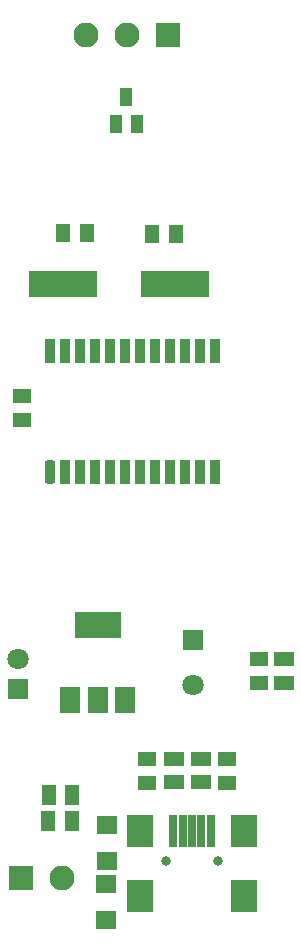
<source format=gts>
G04*
G04 #@! TF.GenerationSoftware,Altium Limited,Altium Designer,19.0.9 (268)*
G04*
G04 Layer_Color=8388736*
%FSLAX25Y25*%
%MOIN*%
G70*
G01*
G75*
%ADD18R,0.04737X0.06509*%
%ADD19R,0.06706X0.06312*%
%ADD20R,0.02769X0.10642*%
%ADD21R,0.08674X0.10642*%
%ADD22R,0.15800X0.08700*%
%ADD23R,0.06700X0.08700*%
%ADD24R,0.06115X0.05131*%
%ADD25R,0.03556X0.07887*%
G04:AMPARAMS|DCode=26|XSize=35.56mil|YSize=78.87mil|CornerRadius=10.89mil|HoleSize=0mil|Usage=FLASHONLY|Rotation=180.000|XOffset=0mil|YOffset=0mil|HoleType=Round|Shape=RoundedRectangle|*
%AMROUNDEDRECTD26*
21,1,0.03556,0.05709,0,0,180.0*
21,1,0.01378,0.07887,0,0,180.0*
1,1,0.02178,-0.00689,0.02854*
1,1,0.02178,0.00689,0.02854*
1,1,0.02178,0.00689,-0.02854*
1,1,0.02178,-0.00689,-0.02854*
%
%ADD26ROUNDEDRECTD26*%
%ADD27R,0.06509X0.04737*%
%ADD28R,0.05131X0.06115*%
%ADD29R,0.22847X0.09068*%
%ADD30R,0.03950X0.05918*%
%ADD31C,0.08284*%
%ADD32R,0.08284X0.08284*%
%ADD33C,0.03162*%
%ADD34C,0.07099*%
%ADD35R,0.07099X0.07099*%
D18*
X38780Y47441D02*
D03*
X30906D02*
D03*
X38681Y38780D02*
D03*
X30807D02*
D03*
D19*
X50295Y37205D02*
D03*
Y25394D02*
D03*
X50197Y17535D02*
D03*
Y5724D02*
D03*
D20*
X72441Y35433D02*
D03*
X75591D02*
D03*
X78740D02*
D03*
X81890D02*
D03*
X85039D02*
D03*
D21*
X61417D02*
D03*
X96063D02*
D03*
X61417Y13780D02*
D03*
X96063D02*
D03*
D22*
X47544Y103935D02*
D03*
D23*
X38144Y79135D02*
D03*
X47244D02*
D03*
X56344D02*
D03*
D24*
X22047Y180217D02*
D03*
Y172343D02*
D03*
X101083Y92520D02*
D03*
Y84646D02*
D03*
X63681Y59358D02*
D03*
Y51484D02*
D03*
X90256Y59358D02*
D03*
Y51484D02*
D03*
D25*
X51555Y195319D02*
D03*
X56555D02*
D03*
X61555D02*
D03*
X66555D02*
D03*
X71555D02*
D03*
X76555D02*
D03*
X81555D02*
D03*
X86555D02*
D03*
Y155075D02*
D03*
X81555D02*
D03*
X76555D02*
D03*
X71555D02*
D03*
X66555D02*
D03*
X61555D02*
D03*
X56555D02*
D03*
X51555D02*
D03*
X46555Y155075D02*
D03*
Y195319D02*
D03*
X41555D02*
D03*
X36555D02*
D03*
X31555D02*
D03*
X46555Y155075D02*
D03*
X41555D02*
D03*
X36555D02*
D03*
D26*
X31555D02*
D03*
D27*
X109350Y92618D02*
D03*
Y84744D02*
D03*
X72638Y59393D02*
D03*
Y51519D02*
D03*
X81693Y59393D02*
D03*
Y51519D02*
D03*
D28*
X43701Y234547D02*
D03*
X35827D02*
D03*
X65453Y234449D02*
D03*
X73327D02*
D03*
D29*
X35630Y217815D02*
D03*
X73032D02*
D03*
D30*
X53248Y271063D02*
D03*
X60335D02*
D03*
X56791Y280118D02*
D03*
D31*
X43307Y300590D02*
D03*
X57087D02*
D03*
X35433Y19685D02*
D03*
D32*
X70866Y300590D02*
D03*
X21654Y19685D02*
D03*
D33*
X87402Y25197D02*
D03*
X70079D02*
D03*
D34*
X79134Y84035D02*
D03*
X20669Y92598D02*
D03*
D35*
X79134Y99036D02*
D03*
X20669Y82598D02*
D03*
M02*

</source>
